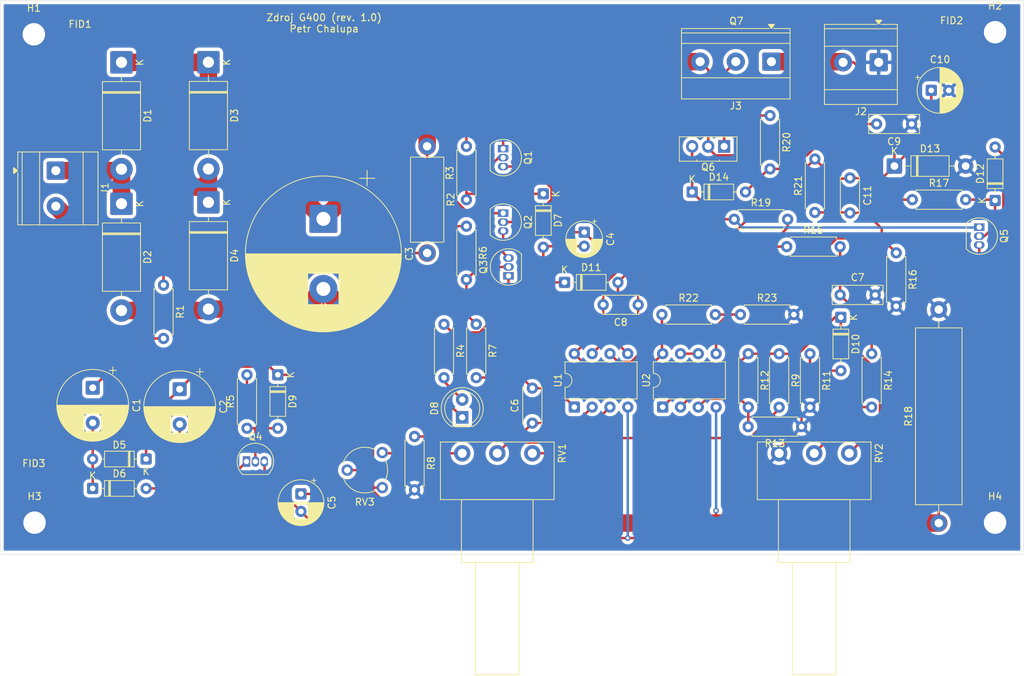
<source format=kicad_pcb>
(kicad_pcb (version 20241229) (generator "pcbnew") (generator_version "9.0")
  (title_block (title "${TITLE}") (date "2025-11-17") (rev "${REV}") (company "${AUTHOR}"))
  (layers (0 "F.Cu" signal) (2 "B.Cu" signal) (13 "F.Paste" user) (15 "B.Paste" user) (5 "F.SilkS" user "F.Silkscreen") (7 "B.SilkS" user "B.Silkscreen") (1 "F.Mask" user) (3 "B.Mask" user) (25 "Edge.Cuts" user))
  (property "AUTHOR" "Petr Chalupa")
  (property "REV" "1.0")
  (property "TITLE" "Zdroj G400")
  (net 0 "")
  (net 1 "Net-(C1-Pad1)")
  (net 2 "Net-(D5-A)")
  (net 3 "GND")
  (net 4 "Net-(D6-A)")
  (net 5 "/C_Q7")
  (net 6 "/U1,U2+")
  (net 7 "Net-(U1A--)")
  (net 8 "Net-(D11-K)")
  (net 9 "Net-(C7-Pad1)")
  (net 10 "Net-(D2-A)")
  (net 11 "Net-(C8-Pad2)")
  (net 12 "Net-(U1B--)")
  (net 13 "/E_Q7")
  (net 14 "Net-(D1-A)")
  (net 15 "Net-(D3-A)")
  (net 16 "Net-(D7-K)")
  (net 17 "Net-(D8-A)")
  (net 18 "Net-(D9-A)")
  (net 19 "Net-(D10-A)")
  (net 20 "Net-(D10-K)")
  (net 21 "Net-(D11-A)")
  (net 22 "Net-(D12-K)")
  (net 23 "Net-(D14-K)")
  (net 24 "/B_Q7")
  (net 25 "Net-(Q2-E)")
  (net 26 "Net-(Q3-B)")
  (net 27 "Net-(Q3-C)")
  (net 28 "Net-(R9-Pad2)")
  (net 29 "Net-(U2A-+)")
  (net 30 "Net-(R14-Pad2)")
  (net 31 "Net-(U2B-+)")
  (net 32 "Net-(U1A-+)")
  (net 33 "Net-(U2B--)")
  (net 34 "Net-(D12-A)")
  (net 35 "Net-(RV1-Pad1)")
  (footprint "Fiducial:Fiducial_0.5mm_Mask1mm" (layer "F.Cu") (at 246.8 58.5)
    (property "Reference" "FID2")
    (property "Value" "Fiducial")
  )
  (footprint "Resistor_THT:R_Axial_DIN0207_L6.3mm_D2.5mm_P7.62mm_Horizontal" (layer "F.Cu") (at 227.3 84.42 90)
    (property "Reference" "R21")
    (property "Value" "47K")
  )
  (footprint "Resistor_THT:R_Axial_DIN0207_L6.3mm_D2.5mm_P7.62mm_Horizontal" (layer "F.Cu") (at 177.6 82.61 90)
    (property "Reference" "R3")
    (property "Value" "2,2K")
  )
  (footprint "Resistor_THT:R_Axial_Power_L25.0mm_W6.4mm_P30.48mm" (layer "F.Cu") (at 244.968098 128.763733 90)
    (property "Reference" "R18")
    (property "Value" "0,47R")
  )
  (footprint "Resistor_THT:R_Axial_DIN0207_L6.3mm_D2.5mm_P7.62mm_Horizontal" (layer "F.Cu") (at 222.2 104.6 -90)
    (property "Reference" "R9")
    (property "Value" "56K")
  )
  (footprint "Capacitor_THT:CP_Radial_D22.0mm_P10.00mm_SnapIn" (layer "F.Cu") (at 157.2 85.342169 -90)
    (property "Reference" "C3")
    (property "Value" "3300uF/63V")
  )
  (footprint "Diode_THT:D_DO-201AD_P15.24mm_Horizontal" (layer "F.Cu") (at 140.8 82.98 -90)
    (property "Reference" "D4")
    (property "Value" "1N5402")
  )
  (footprint "Resistor_THT:R_Axial_DIN0207_L6.3mm_D2.5mm_P7.62mm_Horizontal" (layer "F.Cu") (at 179 100.38 -90)
    (property "Reference" "R7")
    (property "Value" "10K")
  )
  (footprint "Resistor_THT:R_Axial_DIN0207_L6.3mm_D2.5mm_P7.62mm_Horizontal" (layer "F.Cu") (at 215.79 85.4)
    (property "Reference" "R19")
    (property "Value" "1K")
  )
  (footprint "Diode_THT:D_DO-35_SOD27_P7.62mm_Horizontal" (layer "F.Cu") (at 150.7 107.597621 -90)
    (property "Reference" "D9")
    (property "Value" "5,6V")
  )
  (footprint "Resistor_THT:R_Axial_DIN0207_L6.3mm_D2.5mm_P7.62mm_Horizontal" (layer "F.Cu") (at 216.68 99)
    (property "Reference" "R23")
    (property "Value" "2,2K")
  )
  (footprint "MountingHole:MountingHole_3.2mm_M3_DIN965_Pad" (layer "F.Cu") (at 253 58.7)
    (property "Reference" "H2")
    (property "Value" "M3")
  )
  (footprint "Capacitor_THT:CP_Radial_D6.3mm_P2.50mm" (layer "F.Cu") (at 243.9 67)
    (property "Reference" "C10")
    (property "Value" "10uF/63V")
  )
  (footprint "Capacitor_THT:C_Rect_L7.0mm_W2.5mm_P5.00mm" (layer "F.Cu") (at 241.1 71.8 180)
    (property "Reference" "C9")
    (property "Value" "220N")
  )
  (footprint "Resistor_THT:R_Axial_DIN0207_L6.3mm_D2.5mm_P7.62mm_Horizontal" (layer "F.Cu") (at 223.28 89.3)
    (property "Reference" "R15")
    (property "Value" "2,2K")
  )
  (footprint "Diode_THT:D_DO-201AD_P15.24mm_Horizontal" (layer "F.Cu") (at 140.8 62.98 -90)
    (property "Reference" "D3")
    (property "Value" "1N5402")
  )
  (footprint "Resistor_THT:R_Axial_DIN0414_L11.9mm_D4.5mm_P15.24mm_Horizontal" (layer "F.Cu") (at 172 74.98 -90)
    (property "Reference" "R2")
    (property "Value" "2,2K")
  )
  (footprint "Diode_THT:D_DO-35_SOD27_P7.62mm_Horizontal" (layer "F.Cu") (at 253 82.71 90)
    (property "Reference" "D12")
    (property "Value" "3,3V")
  )
  (footprint "TerminalBlock_Phoenix:TerminalBlock_Phoenix_MKDS-3-2-5.08_1x02_P5.08mm_Horizontal" (layer "F.Cu") (at 119.0325 78.455 -90)
    (property "Reference" "J1")
    (property "Value" "24V AC")
  )
  (footprint "Resistor_THT:R_Axial_DIN0207_L6.3mm_D2.5mm_P7.62mm_Horizontal" (layer "F.Cu") (at 205.48 99)
    (property "Reference" "R22")
    (property "Value" "2,2K")
  )
  (footprint "Package_TO_SOT_THT:TO-92_Inline" (layer "F.Cu") (at 182.84 75.33 -90)
    (property "Reference" "Q1")
    (property "Value" "BC547")
  )
  (footprint "Resistor_THT:R_Axial_DIN0207_L6.3mm_D2.5mm_P7.62mm_Horizontal" (layer "F.Cu") (at 217.78 115)
    (property "Reference" "R13")
    (property "Value" "6,8K")
  )
  (footprint "Package_TO_SOT_THT:TO-92_Inline" (layer "F.Cu") (at 146.23 119.977621)
    (property "Reference" "Q4")
    (property "Value" "BC557")
  )
  (footprint "Capacitor_THT:C_Rect_L7.0mm_W2.5mm_P5.00mm" (layer "F.Cu") (at 230.9 96.2)
    (property "Reference" "C7")
    (property "Value" "100N")
  )
  (footprint "Resistor_THT:R_Axial_DIN0207_L6.3mm_D2.5mm_P7.62mm_Horizontal" (layer "F.Cu") (at 241.19 82.6)
    (property "Reference" "R17")
    (property "Value" "18K")
  )
  (footprint "Diode_THT:D_DO-201AD_P15.24mm_Horizontal" (layer "F.Cu") (at 128.4 83.18 -90)
    (property "Reference" "D2")
    (property "Value" "1N5402")
  )
  (footprint "Diode_THT:D_DO-35_SOD27_P7.62mm_Horizontal" (layer "F.Cu") (at 124.29 123.817621)
    (property "Reference" "D6")
    (property "Value" "1N4448")
  )
  (footprint "TerminalBlock_Phoenix:TerminalBlock_Phoenix_MKDS-3-2-5.08_1x02_P5.08mm_Horizontal" (layer "F.Cu") (at 236.4 63 180)
    (property "Reference" "J2")
    (property "Value" "OUT")
  )
  (footprint "Resistor_THT:R_Axial_DIN0207_L6.3mm_D2.5mm_P7.62mm_Horizontal" (layer "F.Cu") (at 146.3 115.227621 90)
    (property "Reference" "R5")
    (property "Value" "2,2K")
  )
  (footprint "Package_TO_SOT_THT:TO-92_Inline" (layer "F.Cu") (at 182.84 84.53 -90)
    (property "Reference" "Q2")
    (property "Value" "BC547")
  )
  (footprint "TerminalBlock_Phoenix:TerminalBlock_Phoenix_MKDS-1,5-3-5.08_1x03_P5.08mm_Horizontal" (layer "F.Cu") (at 221.1 62.9 180)
    (property "Reference" "J3")
    (property "Value" "Q7" (hide yes))
  )
  (footprint "Potentiometer_THT:Potentiometer_Piher_PT-6-V_Vertical" (layer "F.Cu") (at 165.6 118.7 180)
    (property "Reference" "RV3")
    (property "Value" "220R")
  )
  (footprint "Package_TO_SOT_THT:TO-92_Inline" (layer "F.Cu") (at 250.74 86.53 -90)
    (property "Reference" "Q5")
    (property "Value" "BC547")
  )
  (footprint "Resistor_THT:R_Axial_DIN0207_L6.3mm_D2.5mm_P7.62mm_Horizontal" (layer "F.Cu") (at 170.2 116.4 -90)
    (property "Reference" "R8")
    (property "Value" "10K")
  )
  (footprint "Diode_THT:D_DO-201AD_P15.24mm_Horizontal" (layer "F.Cu") (at 128.4 63 -90)
    (property "Reference" "D1")
    (property "Value" "1N5402")
  )
  (footprint "Package_TO_SOT_THT:TO-92_Inline" (layer "F.Cu") (at 183.6 93.47 90)
    (property "Reference" "Q3")
    (property "Value" "BC557")
  )
  (footprint "Package_TO_SOT_THT:TO-126-3_Vertical" (layer "F.Cu") (at 214.36 75 180)
    (property "Reference" "Q6")
    (property "Value" "BD139")
  )
  (footprint "MountingHole:MountingHole_3.2mm_M3_DIN965_Pad" (layer "F.Cu") (at 253 128.7)
    (property "Reference" "H4")
    (property "Value" "M3")
  )
  (footprint "Diode_THT:D_DO-35_SOD27_P7.62mm_Horizontal" (layer "F.Cu") (at 131.91 119.617621 180)
    (property "Reference" "D5")
    (property "Value" "1N4448")
  )
  (footprint "Diode_THT:D_DO-35_SOD27_P7.62mm_Horizontal" (layer "F.Cu") (at 231 99.39 -90)
    (property "Reference" "D10")
    (property "Value" "5,6V")
  )
  (footprint "Capacitor_THT:CP_Radial_D10.0mm_P5.00mm" (layer "F.Cu") (at 136.7 109.649944 -90)
    (property "Reference" "C2")
    (property "Value" "47uF/63V")
  )
  (footprint "Resistor_THT:R_Axial_DIN0207_L6.3mm_D2.5mm_P7.62mm_Horizontal" (layer "F.Cu") (at 134.4 94.79 -90)
    (property "Reference" "R1")
    (property "Value" "82R")
  )
  (footprint "Potentiometer_THT:Potentiometer_Piher_PC-16_Single_Horizontal" (layer "F.Cu") (at 222.2 118.8 -90)
    (property "Reference" "RV2")
    (property "Value" "10K")
  )
  (footprint "Potentiometer_THT:Potentiometer_Piher_PC-16_Single_Horizontal" (layer "F.Cu") (at 177 118.8 -90)
    (property "Reference" "RV1")
    (property "Value" "10K")
  )
  (footprint "Capacitor_THT:CP_Radial_D10.0mm_P5.00mm" (layer "F.Cu") (at 124.3 109.449944 -90)
    (property "Reference" "C1")
    (property "Value" "47uF/63V")
  )
  (footprint "Resistor_THT:R_Axial_DIN0207_L6.3mm_D2.5mm_P7.62mm_Horizontal" (layer "F.Cu") (at 220.9 70.59 -90)
    (property "Reference" "R20")
    (property "Value" "1K")
  )
  (footprint "Capacitor_THT:CP_Radial_D5.0mm_P2.00mm" (layer "F.Cu") (at 194.4 87.244888 -90)
    (property "Reference" "C4")
    (property "Value" "4,7uF/35V")
  )
  (footprint "LED_THT:LED_D5.0mm" (layer "F.Cu") (at 177 113.675 90)
    (property "Reference" "D8")
    (property "Value" "LED")
  )
  (footprint "Package_DIP:DIP-8_W7.62mm" (layer "F.Cu") (at 192.99 112.205 90)
    (property "Reference" "U1")
    (property "Value" "TL082")
  )
  (footprint "Resistor_THT:R_Axial_DIN0207_L6.3mm_D2.5mm_P7.62mm_Horizontal" (layer "F.Cu") (at 174.4 100.39 -90)
    (property "Reference" "R4")
    (property "Value" "2,2K")
  )
  (footprint "Resistor_THT:R_Axial_DIN0207_L6.3mm_D2.5mm_P7.62mm_Horizontal" (layer "F.Cu") (at 226.6 104.6 -90)
    (property "Reference" "R11")
    (property "Value" "2,2K")
  )
  (footprint "Capacitor_THT:CP_Radial_D6.3mm_P2.50mm" (layer "F.Cu") (at 154 124.6 -90)
    (property "Reference" "C5")
    (property "Value" "100uF/16V")
  )
  (footprint "Diode_THT:D_DO-41_SOD81_P10.16mm_Horizontal" (layer "F.Cu") (at 238.64 77.8)
    (property "Reference" "D13")
    (property "Value" "1N4001")
  )
  (footprint "Diode_THT:D_DO-35_SOD27_P7.62mm_Horizontal" (layer "F.Cu") (at 188.563566 81.766277 -90)
    (property "Reference" "D7")
    (property "Value" "33V")
  )
  (footprint "Capacitor_THT:C_Disc_D5.0mm_W2.5mm_P5.00mm" (layer "F.Cu") (at 187 114.5 90)
    (property "Reference" "C6")
    (property "Value" "330pF")
  )
  (footprint "Resistor_THT:R_Axial_DIN0207_L6.3mm_D2.5mm_P7.62mm_Horizontal" (layer "F.Cu") (at 177.6 86.39 -90)
    (property "Reference" "R6")
    (property "Value" "2,2K")
  )
  (footprint "MountingHole:MountingHole_3.2mm_M3_DIN965_Pad" (layer "F.Cu") (at 116 128.7)
    (property "Reference" "H3")
    (property "Value" "M3")
  )
  (footprint "Resistor_THT:R_Axial_DIN0207_L6.3mm_D2.5mm_P7.62mm_Horizontal" (layer "F.Cu") (at 238.9 90.19 -90)
    (property "Reference" "R16")
    (property "Value" "18K")
  )
  (footprint "Diode_THT:D_DO-35_SOD27_P7.62mm_Horizontal" (layer "F.Cu") (at 191.59 94.4)
    (property "Reference" "D11")
    (property "Value" "1N4448")
  )
  (footprint "Fiducial:Fiducial_0.5mm_Mask1mm" (layer "F.Cu") (at 122.5 59)
    (property "Reference" "FID1")
    (property "Value" "Fiducial")
  )
  (footprint "Capacitor_THT:C_Disc_D5.0mm_W2.5mm_P5.00mm" (layer "F.Cu") (at 202.1 97.6 180)
    (property "Reference" "C8")
    (property "Value" "330pF")
  )
  (footprint "Capacitor_THT:C_Disc_D5.0mm_W2.5mm_P5.00mm" (layer "F.Cu") (at 232.3 79.5 -90)
    (property "Reference" "C11")
    (property "Value" "330pF")
  )
  (footprint "Resistor_THT:R_Axial_DIN0207_L6.3mm_D2.5mm_P7.62mm_Horizontal" (layer "F.Cu") (at 235.4 104.59 -90)
    (property "Reference" "R14")
    (property "Value" "18K")
  )
  (footprint "Resistor_THT:R_Axial_DIN0207_L6.3mm_D2.5mm_P7.62mm_Horizontal" (layer "F.Cu") (at 217.8 104.59 -90)
    (property "Reference" "R12")
    (property "Value" "10K")
  )
  (footprint "Package_DIP:DIP-8_W7.62mm" (layer "F.Cu") (at 205.59 112.205 90)
    (property "Reference" "U2")
    (property "Value" "TL082")
  )
  (footprint "MountingHole:MountingHole_3.2mm_M3_DIN965_Pad" (layer "F.Cu") (at 115.9 59)
    (property "Reference" "H1")
    (property "Value" "M3")
  )
  (footprint "Diode_THT:D_DO-35_SOD27_P7.62mm_Horizontal" (layer "F.Cu") (at 209.79 81.5)
    (property "Reference" "D14")
    (property "Value" "1N4448")
  )
  (footprint "Fiducial:Fiducial_0.5mm_Mask1mm" (layer "F.Cu") (at 115.9 121.7)
    (property "Reference" "FID3")
    (property "Value" "Fiducial")
  )
  (gr_rect (start 111.1 54.2) (end 257.1 133.2) (stroke (width 0.05)) (fill no) (layer "Edge.Cuts"))
  (gr_text "${TITLE} (rev. ${REV})\n${AUTHOR}" (at 157.3 58.8 0) (layer "F.SilkS") (effects (font (size 1 1)) (justify bottom)))
  (gr_text "Q7" (at 215 57.7 0) (layer "F.SilkS") (effects (font (size 1 1)) (justify left bottom)))
  (segment (start 131.339944 102.41) (end 124.3 109.449944) (width 0.35) (layer "F.Cu") (net 1))
  (segment (start 134.4 102.41) (end 131.339944 102.41) (width 0.35) (layer "F.Cu") (net 1))
  (segment (start 124.3 123.997621) (end 124.28 124.017621) (width 0.35) (layer "F.Cu") (net 2))
  (segment (start 124.3 114.449944) (end 124.3 123.997621) (width 0.35) (layer "F.Cu") (net 2))
  (segment (start 241.1 71.8) (end 241.2 71.7) (width 0.35) (layer "F.Cu") (net 3))
  (segment (start 244.494365 97.81) (end 244.968098 98.283733) (width 0.35) (layer "F.Cu") (net 3))
  (segment (start 225.4 115) (end 225.4 113.42) (width 0.35) (layer "F.Cu") (net 3))
  (segment (start 244.736267 98.283733) (end 244.968098 98.283733) (width 0.35) (layer "F.Cu") (net 3))
  (segment (start 222.2 118.2) (end 225.4 115) (width 0.35) (layer "F.Cu") (net 3))
  (segment (start 225.4 113.42) (end 226.6 112.22) (width 0.35) (layer "F.Cu") (net 3))
  (segment (start 222.2 118.8) (end 222.2 118.2) (width 0.35) (layer "F.Cu") (net 3))
  (segment (start 141.3 117.417621) (end 136.7 117.417621) (width 0.35) (layer "F.Cu") (net 4))
  (segment (start 136.7 114.649944) (end 136.7 117.417621) (width 0.35) (layer "F.Cu") (net 4))
  (segment (start 131.91 123.817621) (end 136.7 123.817621) (width 0.35) (layer "F.Cu") (net 4))
  (segment (start 136.7 117.417621) (end 136.7 123.817621) (width 0.35) (layer "F.Cu") (net 4))
  (segment (start 136.7 123.817621) (end 142.39 123.817621) (width 0.35) (layer "F.Cu") (net 4))
  (segment (start 142.39 123.817621) (end 146.23 119.977621) (width 0.35) (layer "F.Cu") (net 4))
  (segment (start 146.3 112.417621) (end 141.3 117.417621) (width 0.35) (layer "F.Cu") (net 4))
  (segment (start 146.3 107.607621) (end 146.3 112.417621) (width 0.35) (layer "F.Cu") (net 4))
  (segment (start 182.8 72.4) (end 177.8 72.4) (width 2.5) (layer "F.Cu") (net 5))
  (segment (start 182.84 72.44) (end 182.8 72.4) (width 0.35) (layer "F.Cu") (net 5))
  (segment (start 177.8 72.4) (end 174 72.4) (width 2.5) (layer "F.Cu") (net 5))
  (segment (start 172 74.98) (end 172 72.4) (width 2.5) (layer "F.Cu") (net 5))
  (segment (start 175.39 86.39) (end 165.771084 76.771084) (width 0.35) (layer "F.Cu") (net 5))
  (segment (start 165.771084 76.771084) (end 157.2 85.342169) (width 2.5) (layer "F.Cu") (net 5))
  (segment (start 212.08 75) (end 212.08 75.227) (width 0.35) (layer "F.Cu") (net 5))
  (segment (start 182.84 84.53) (end 177.856884 84.53) (width 0.35) (layer "F.Cu") (net 5))
  (segment (start 210.94 62.9) (end 192.3 62.9) (width 2.5) (layer "F.Cu") (net 5))
  (segment (start 128.4 63) (end 140.78 63) (width 2.5) (layer "F.Cu") (net 5))
  (segment (start 213.129 76.276) (end 226.160884 76.276) (width 0.35) (layer "F.Cu") (net 5))
  (segment (start 177.6 86.39) (end 175.39 86.39) (width 0.35) (layer "F.Cu") (net 5))
  (segment (start 170.142169 72.4) (end 165.771084 76.771084) (width 2.5) (layer "F.Cu") (net 5))
  (segment (start 212.1 64.06) (end 212.1 74.98) (width 0.35) (layer "F.Cu") (net 5))
  (segment (start 177.856884 84.53) (end 172 78.673116) (width 0.35) (layer "F.Cu") (net 5))
  (segment (start 210.94 62.9) (end 212.1 64.06) (width 0.35) (layer "F.Cu") (net 5))
  (segment (start 140.8 68.942169) (end 157.2 85.342169) (width 2.5) (layer "F.Cu") (net 5))
  (segment (start 212.1 74.98) (end 212.08 75) (width 0.35) (layer "F.Cu") (net 5))
  (segment (start 182.84 75.33) (end 182.84 72.44) (width 0.35) (layer "F.Cu") (net 5))
  (segment (start 140.78 63) (end 140.8 62.98) (width 2.5) (layer "F.Cu") (net 5))
  (segment (start 230.636884 71.8) (end 236.1 71.8) (width 0.35) (layer "F.Cu") (net 5))
  (segment (start 174 72.4) (end 172 72.4) (width 2.5) (layer "F.Cu") (net 5))
  (segment (start 172 72.4) (end 170.142169 72.4) (width 2.5) (layer "F.Cu") (net 5))
  (segment (start 177.6 74.99) (end 177.6 72.6) (width 0.35) (layer "F.Cu") (net 5))
  (segment (start 172 78.673116) (end 172 74.98) (width 0.35) (layer "F.Cu") (net 5))
  (segment (start 212.08 75.227) (end 213.129 76.276) (width 0.35) (layer "F.Cu") (net 5))
  (segment (start 177.6 72.6) (end 177.8 72.4) (width 0.35) (layer "F.Cu") (net 5))
  (segment (start 192.3 62.9) (end 182.8 72.4) (width 2.5) (layer "F.Cu") (net 5))
  (segment (start 226.160884 76.276) (end 230.636884 71.8) (width 0.35) (layer "F.Cu") (net 5))
  (segment (start 140.8 62.98) (end 140.8 68.942169) (width 2.5) (layer "F.Cu") (net 5))
  (segment (start 215.8 87.3) (end 196.696888 87.3) (width 0.35) (layer "F.Cu") (net 6))
  (segment (start 241.19 82.6) (end 220.5 82.6) (width 0.35) (layer "F.Cu") (net 6))
  (segment (start 194.4 87.244888) (end 195.576 88.420888) (width 0.35) (layer "F.Cu") (net 6))
  (segment (start 195.576 101.999) (end 192.99 104.585) (width 0.35) (layer "F.Cu") (net 6))
  (segment (start 195.576 88.420888) (end 195.576 91.6) (width 0.35) (layer "F.Cu") (net 6))
  (segment (start 186.659515 77.87) (end 189.739566 80.950051) (width 0.35) (layer "F.Cu") (net 6))
  (segment (start 194.717 106.312) (end 203.863 106.312) (width 0.35) (layer "F.Cu") (net 6))
  (segment (start 182.84 77.87) (end 186.659515 77.87) (width 0.35) (layer "F.Cu") (net 6))
  (segment (start 205.48 99) (end 205.48 104.475) (width 0.35) (layer "F.Cu") (net 6))
  (segment (start 189.739566 82.582503) (end 188.261035 84.061035) (width 0.35) (layer "F.Cu") (net 6))
  (segment (start 188.261035 84.061035) (end 186.522069 85.8) (width 0.35) (layer "F.Cu") (net 6))
  (segment (start 186.522069 85.8) (end 182.84 85.8) (width 0.35) (layer "F.Cu") (net 6))
  (segment (start 191.444888 87.244888) (end 188.261035 84.061035) (width 0.35) (layer "F.Cu") (net 6))
  (segment (start 194.4 87.244888) (end 191.444888 87.244888) (width 0.35) (layer "F.Cu") (net 6))
  (segment (start 195.576 92.3) (end 195.576 101.999) (width 0.35) (layer "F.Cu") (net 6))
  (segment (start 220.5 82.6) (end 215.8 87.3) (width 0.35) (layer "F.Cu") (net 6))
  (segment (start 205.48 104.475) (end 205.59 104.585) (width 0.35) (layer "F.Cu") (net 6))
  (segment (start 203.863 106.312) (end 205.59 104.585) (width 0.35) (layer "F.Cu") (net 6))
  (segment (start 195.576 91.6) (end 195.576 92.3) (width 0.35) (layer "F.Cu") (net 6))
  (segment (start 196.696888 87.3) (end 195.576 88.420888) (width 0.35) (layer "F.Cu") (net 6))
  (segment (start 189.739566 80.950051) (end 189.739566 82.582503) (width 0.35) (layer "F.Cu") (net 6))
  (segment (start 192.99 104.585) (end 194.717 106.312) (width 0.35) (layer "F.Cu") (net 6))
  (segment (start 185.1 116.4) (end 187 114.5) (width 0.35) (layer "F.Cu") (net 7))
  (segment (start 170.2 116.4) (end 185.1 116.4) (width 0.35) (layer "F.Cu") (net 7))
  (segment (start 187 114.5) (end 193.235 114.5) (width 0.35) (layer "F.Cu") (net 7))
  (segment (start 193.235 114.5) (end 195.53 112.205) (width 0.35) (layer "F.Cu") (net 7))
  (segment (start 179 108) (end 185.5 108) (width 0.35) (layer "F.Cu") (net 8))
  (segment (start 188.6 94.4) (end 185.5 97.5) (width 0.35) (layer "F.Cu") (net 8))
  (segment (start 190.285 109.5) (end 192.99 112.205) (width 0.35) (layer "F.Cu") (net 8))
  (segment (start 185.5 108) (end 187 109.5) (width 0.35) (layer "F.Cu") (net 8))
  (segment (start 191.59 94.4) (end 188.6 94.4) (width 0.35) (layer "F.Cu") (net 8))
  (segment (start 187 109.5) (end 190.285 109.5) (width 0.35) (layer "F.Cu") (net 8))
  (segment (start 185.5 97.5) (end 185.5 108) (width 0.35) (layer "F.Cu") (net 8))
  (segment (start 230.9 96.2) (end 235.4 100.7) (width 0.35) (layer "F.Cu") (net 9))
  (segment (start 230.9 96.2) (end 230.9 89.3) (width 0.35) (layer "F.Cu") (net 9))
  (segment (start 230.91 96.69) (end 230.9 96.7) (width 0.35) (layer "F.Cu") (net 9))
  (segment (start 235.4 100.7) (end 235.4 104.59) (width 0.35) (layer "F.Cu") (net 9))
  (segment (start 165.6 123.7) (end 165.595 123.705) (width 0.35) (layer "F.Cu") (net 10))
  (segment (start 150.7 107.597621) (end 157.197621 107.597621) (width 0.35) (layer "F.Cu") (net 10))
  (segment (start 168.2 90.2) (end 168 90.2) (width 0.35) (layer "F.Cu") (net 10))
  (segment (start 157.2 107.6) (end 157.2 95.342169) (width 0.35) (layer "F.Cu") (net 10))
  (segment (start 163.2 101.342169) (end 157.2 95.342169) (width 2.5) (layer "F.Cu") (net 10))
  (segment (start 154.322169 98.22) (end 157.2 95.342169) (width 2.5) (layer "F.Cu") (net 10))
  (segment (start 163.195 121.205) (end 163.2 121.2) (width 0.35) (layer "F.Cu") (net 10))
  (segment (start 168.2 104.875) (end 168.2 102) (width 0.35) (layer "F.Cu") (net 10))
  (segment (start 168 90.2) (end 158.6 90.2) (width 0.35) (layer "F.Cu") (net 10))
  (segment (start 154 124.6) (end 163.2 124.6) (width 0.35) (layer "F.Cu") (net 10))
  (segment (start 168.02 90.22) (end 168 90.2) (width 0.35) (layer "F.Cu") (net 10))
  (segment (start 213.2 128.763733) (end 213.2 127) (width 0.35) (layer "F.Cu") (net 10))
  (segment (start 131.91 119.617621) (end 131.91 114.439944) (width 0.35) (layer "F.Cu") (net 10))
  (segment (start 213.2 128.763733) (end 244.968098 128.763733) (width 2.5) (layer "F.Cu") (net 10))
  (segment (start 244.968098 101.431902) (end 244.968098 128.763733) (width 0.35) (layer "F.Cu") (net 10))
  (segment (start 140.6 98.42) (end 140.8 98.22) (width 2.5) (layer "F.Cu") (net 10))
  (segment (start 140.8 98.22) (end 154.322169 98.22) (width 2.5) (layer "F.Cu") (net 10))
  (segment (start 177 113.675) (end 168.2 104.875) (width 0.35) (layer "F.Cu") (net 10))
  (segment (start 190.784098 128.763733) (end 213.2 128.763733) (width 2.5) (layer "F.Cu") (net 10))
  (segment (start 164.095 123.705) (end 163.2 124.6) (width 0.35) (layer "F.Cu") (net 10))
  (segment (start 213.2 127) (end 213.21 126.99) (width 0.35) (layer "F.Cu") (net 10))
  (segment (start 165.595 123.705) (end 164.095 123.705) (width 0.35) (layer "F.Cu") (net 10))
  (segment (start 128.4 98.42) (end 140.6 98.42) (width 2.5) (layer "F.Cu") (net 10))
  (segment (start 136.7 109.649944) (end 139.918323 106.431621) (width 0.35) (layer "F.Cu") (net 10))
  (segment (start 188.563566 93.258782) (end 179.715348 102.107) (width 0.35) (layer "F.Cu") (net 10))
  (segment (start 167.4 128.8) (end 165 126.4) (width 2.5) (layer "F.Cu") (net 10))
  (segment (start 163.275 113.675) (end 163.2 113.6) (width 0.35) (layer "F.Cu") (net 10))
  (segment (start 158.6 90.2) (end 154.6 94.2) (width 0.35) (layer "F.Cu") (net 10))
  (segment (start 172 90.22) (end 168.02 90.22) (width 0.35) (layer "F.Cu") (net 10))
  (segment (start 163.2 124.6) (end 163.2 121.2) (width 2.5) (layer "F.Cu") (net 10))
  (segment (start 168.2 102) (end 168.2 90.2) (width 0.35) (layer "F.Cu") (net 10))
  (segment (start 188.704955 89.244888) (end 188.563566 89.386277) (width 0.35) (layer "F.Cu") (net 10))
  (segment (start 154.6 94.2) (end 154.6 96.6) (width 0.35) (layer "F.Cu") (net 10))
  (segment (start 250.74 95.66) (end 244.968098 101.431902) (width 0.35) (layer "F.Cu") (net 10))
  (segment (start 188.563566 89.386277) (end 188.563566 93.258782) (width 0.35) (layer "F.Cu") (net 10))
  (segment (start 163.2 121.2) (end 163.2 113.6) (width 2.5) (layer "F.Cu") (net 10))
  (segment (start 160.6 121.2) (end 160.605 121.205) (width 0.35) (layer "F.Cu") (net 10))
  (segment (start 190.657831 128.8) (end 167.4 128.8) (width 2.5) (layer "F.Cu") (net 10))
  (segment (start 157.197621 107.597621) (end 157.2 107.6) (width 0.35) (layer "F.Cu") (net 10))
  (segment (start 157.2 95.342169) (end 155.271085 97.271085) (width 2.5) (layer "F.Cu") (net 10))
  (segment (start 172 90.22) (end 171.98 90.22) (width 2.5) (layer "F.Cu") (net 10))
  (segment (start 168.307 102.107) (end 168.2 102) (width 0.35) (layer "F.Cu") (net 10))
  (segment (start 149.534 106.431621) (end 150.7 107.597621) (width 0.35) (layer "F.Cu") (net 10))
  (segment (start 250.74 89.07) (end 250.74 95.66) (width 0.35) (layer "F.Cu") (net 10))
  (segment (start 140.4 98.42) (end 140.6 98.22) (width 2.5) (layer "F.Cu") (net 10))
  (segment (start 131.91 114.439944) (end 136.7 109.649944) (width 0.35) (layer "F.Cu") (net 10))
  (segment (start 194.4 89.244888) (end 188.704955 89.244888) (width 0.35) (layer "F.Cu") (net 10))
  (segment (start 154.6 96.6) (end 155.271085 97.271085) (width 0.35) (layer "F.Cu") (net 10))
  (segment (start 160.605 121.205) (end 163.195 121.205) (width 0.35) (layer "F.Cu") (net 10))
  (segment (start 163.2 113.6) (end 163.2 101.342169) (width 2.5) (layer "F.Cu") (net 10))
  (segment (start 165 126.4) (end 163.2 124.6) (width 2.5) (layer "F.Cu") (net 10))
  (segment (start 139.918323 106.431621) (end 149.534 106.431621) (width 0.35) (layer "F.Cu") (net 10))
  (segment (start 179.715348 102.107) (end 168.307 102.107) (width 0.35) (layer "F.Cu") (net 10))
  (via (at 213.21 126.99) (size 0.8) (drill 0.4) (layers "F.Cu" "B.Cu") (net 10))
  (segment (start 213.21 112.205) (end 213.21 126.99) (width 0.35) (layer "B.Cu") (net 10))
  (segment (start 213.2 127) (end 213.21 126.99) (width 0.35) (layer "B.Cu") (net 10))
  (segment (start 197.1 97.6) (end 197.1 94.846884) (width 0.35) (layer "F.Cu") (net 11))
  (segment (start 222 88.1) (end 222 88) (width 0.35) (layer "F.Cu") (net 11))
  (segment (start 223.41 86.59) (end 223.41 85.4) (width 0.35) (layer "F.Cu") (net 11))
  (segment (start 222 88) (end 223.41 86.59) (width 0.35) (layer "F.Cu") (net 11))
  (segment (start 197.1 103.015) (end 195.53 104.585) (width 0.35) (layer "F.Cu") (net 11))
  (segment (start 197.1 97.6) (end 197.1 103.015) (width 0.35) (layer "F.Cu") (net 11))
  (segment (start 203.846884 88.1) (end 222 88.1) (width 0.35) (layer "F.Cu") (net 11))
  (segment (start 197.1 94.846884) (end 203.846884 88.1) (width 0.35) (layer "F.Cu") (net 11))
  (segment (start 230.412884 88.124) (end 236.834 88.124) (width 0.35) (layer "F.Cu") (net 12))
  (segment (start 232.22 84.42) (end 232.3 84.5) (width 0.35) (layer "F.Cu") (net 12))
  (segment (start 236.834 86.734) (end 234.6 84.5) (width 0.35) (layer "F.Cu") (net 12))
  (segment (start 202.1 97.6) (end 202.1 93.1) (width 0.35) (layer "F.Cu") (net 12))
  (segment (start 202.1 104.758116) (end 201.097116 105.761) (width 0.35) (layer "F.Cu") (net 12))
  (segment (start 201.097116 105.761) (end 199.246 105.761) (width 0.35) (layer "F.Cu") (net 12))
  (segment (start 199.246 105.761) (end 198.07 104.585) (width 0.35) (layer "F.Cu") (net 12))
  (segment (start 236.834 88.124) (end 236.834 86.734) (width 0.35) (layer "F.Cu") (net 12))
  (segment (start 204.4 90.8) (end 227.736884 90.8) (width 0.35) (layer "F.Cu") (net 12))
  (segment (start 236.834 88.124) (end 238.9 90.19) (width 0.35) (layer "F.Cu") (net 12))
  (segment (start 234.6 84.5) (end 232.3 84.5) (width 0.35) (layer "F.Cu") (net 12))
  (segment (start 202.1 93.1) (end 204.4 90.8) (width 0.35) (layer "F.Cu") (net 12))
  (segment (start 227.3 84.42) (end 232.22 84.42) (width 0.35) (layer "F.Cu") (net 12))
  (segment (start 202.1 97.6) (end 202.1 104.758116) (width 0.35) (layer "F.Cu") (net 12))
  (segment (start 227.736884 90.8) (end 230.412884 88.124) (width 0.35) (layer "F.Cu") (net 12))
  (segment (start 238.64 68.82) (end 232.82 63) (width 0.35) (layer "F.Cu") (net 13))
  (segment (start 230.1 79.6) (end 232.2 79.6) (width 0.35) (layer "F.Cu") (net 13))
  (segment (start 220.9 78.21) (end 225.89 78.21) (width 0.35) (layer "F.Cu") (net 13))
  (segment (start 227.3 76.8) (end 230.1 79.6) (width 0.35) (layer "F.Cu") (net 13))
  (segment (start 232.2 79.6) (end 232.3 79.5) (width 0.35) (layer "F.Cu") (net 13))
  (segment (start 217.41 81.5) (end 220.7 78.21) (width 0.35) (layer "F.Cu") (net 13))
  (segment (start 236.94 79.5) (end 238.64 77.8) (width 0.35) (layer "F.Cu") (net 13))
  (segment (start 243.9 72.54) (end 243.9 67) (width 0.35) (layer "F.Cu") (net 13))
  (segment (start 225.89 78.21) (end 227.3 76.8) (width 0.35) (layer "F.Cu") (net 13))
  (segment (start 232.82 63) (end 231.32 63) (width 0.35) (layer "F.Cu") (net 13))
  (segment (start 232.3 79.5) (end 236.94 79.5) (width 0.35) (layer "F.Cu") (net 13))
  (segment (start 231.22 62.9) (end 231.32 63) (width 2.5) (layer "F.Cu") (net 13))
  (segment (start 238.64 77.8) (end 238.64 68.82) (width 0.35) (layer "F.Cu") (net 13))
  (segment (start 238.64 77.8) (end 243.9 72.54) (width 0.35) (layer "F.Cu") (net 13))
  (segment (start 220.7 78.21) (end 220.9 78.21) (width 0.35) (layer "F.Cu") (net 13))
  (segment (start 221.1 62.9) (end 231.22 62.9) (width 2.5) (layer "F.Cu") (net 13))
  (segment (start 128.4 83.18) (end 128.4 78.24) (width 2.5) (layer "F.Cu") (net 14))
  (segment (start 128.215 78.055) (end 128.4 78.24) (width 2.5) (layer "F.Cu") (net 14))
  (segment (start 119.0325 78.455) (end 128.185 78.455) (width 2.5) (layer "F.Cu") (net 14))
  (segment (start 128.185 78.455) (end 128.4 78.24) (width 2.5) (layer "F.Cu") (net 14))
  (segment (start 134.2 87.6) (end 134.4 87.4) (width 0.35) (layer "F.Cu") (net 15))
  (segment (start 140.8 78.22) (end 140.8 82.98) (width 2.5) (layer "F.Cu") (net 15))
  (segment (start 119.0325 83.535) (end 122.8975 87.4) (width 2.5) (layer "F.Cu") (net 15))
  (segment (start 122.8975 87.4) (end 134.4 87.4) (width 2.5) (layer "F.Cu") (net 15))
  (segment (start 137 84.8) (end 137 80.8) (width 2.5) (layer "F.Cu") (net 15))
  (segment (start 137 80.8) (end 140.6 80.8) (width 2.5) (layer "F.Cu") (net 15))
  (segment (start 134.4 87.4) (end 137 84.8) (width 2.5) (layer "F.Cu") (net 15))
  (segment (start 134.4 94.79) (end 134.4 87.4) (width 0.35) (layer "F.Cu") (net 15))
  (segment (start 177.6 81.19) (end 177.6 81.6) (width 0.35) (layer "F.Cu") (net 16))
  (segment (start 177.766277 81.766277) (end 177.6 81.6) (width 0.35) (layer "F.Cu") (net 16))
  (segment (start 182.84 76.6) (end 182.19 76.6) (width 0.35) (layer "F.Cu") (net 16))
  (segment (start 188.563566 81.766277) (end 177.766277 81.766277) (width 0.35) (layer "F.Cu") (net 16))
  (segment (start 182.19 76.6) (end 177.6 81.19) (width 0.35) (layer "F.Cu") (net 16))
  (segment (start 177.6 81.6) (end 177.6 82.61) (width 0.35) (layer "F.Cu") (net 16))
  (segment (start 177 111.135) (end 174.4 108.535) (width 0.35) (layer "F.Cu") (net 17))
  (segment (start 174.4 108.535) (end 174.4 108.01) (width 0.35) (layer "F.Cu") (net 17))
  (segment (start 147.5 115.227621) (end 146.3 115.227621) (width 0.35) (layer "F.Cu") (net 18))
  (segment (start 150.5 115.217621) (end 150.49 115.227621) (width 0.35) (layer "F.Cu") (net 18))
  (segment (start 150.7 115.217621) (end 150.5 115.217621) (width 0.35) (layer "F.Cu") (net 18))
  (segment (start 150.49 115.227621) (end 147.5 115.227621) (width 0.35) (layer "F.Cu") (net 18))
  (segment (start 147.5 119.977621) (end 147.5 115.227621) (width 0.35) (layer "F.Cu") (net 18))
  (segment (start 226.61 107.01) (end 226.6 107) (width 0.35) (layer "F.Cu") (net 19))
  (segment (start 226.6 107) (end 213.335 107) (width 0.35) (layer "F.Cu") (net 19))
  (segment (start 231 107.01) (end 226.61 107.01) (width 0.35) (layer "F.Cu") (net 19))
  (segment (start 213.335 107) (end 208.13 112.205) (width 0.35) (layer "F.Cu") (net 19))
  (segment (start 226.6 104.6) (end 226.6 107) (width 0.35) (layer "F.Cu") (net 19))
  (segment (start 231 99.39) (end 230.146884 99.39) (width 0.35) (layer "F.Cu") (net 20))
  (segment (start 236.576 114.424) (end 232.2 118.8) (width 0.35) (layer "F.Cu") (net 20))
  (segment (start 211.395 106.4) (end 205.59 112.205) (width 0.35) (layer "F.Cu") (net 20))
  (segment (start 217.8 104.59) (end 215.99 106.4) (width 0.35) (layer "F.Cu") (net 20))
  (segment (start 215.99 106.4) (end 211.395 106.4) (width 0.35) (layer "F.Cu") (net 20))
  (segment (start 231 99.39) (end 231 101.853116) (width 0.35) (layer "F.Cu") (net 20))
  (segment (start 224.936884 104.6) (end 222.2 104.6) (width 0.35) (layer "F.Cu") (net 20))
  (segment (start 230.146884 99.39) (end 224.936884 104.6) (width 0.35) (layer "F.Cu") (net 20))
  (segment (start 231 101.853116) (end 236.576 107.429116) (width 0.35) (layer "F.Cu") (net 20))
  (segment (start 217.8 104.59) (end 222.19 104.59) (width 0.35) (layer "F.Cu") (net 20))
  (segment (start 236.576 107.429116) (end 236.576 114.424) (width 0.35) (layer "F.Cu") (net 20))
  (segment (start 199.21 94.4) (end 199.21 103.185) (width 0.35) (layer "F.Cu") (net 21))
  (segment (start 204.31 89.3) (end 199.21 94.4) (width 0.35) (layer "F.Cu") (net 21))
  (segment (start 199.21 103.185) (end 200.61 104.585) (width 0.35) (layer "F.Cu") (net 21))
  (segment (start 223.28 89.3) (end 204.31 89.3) (width 0.35) (layer "F.Cu") (net 21))
  (segment (start 248.81 82.6) (end 252.89 82.6) (width 0.35) (layer "F.Cu") (net 22))
  (segment (start 250.74 87.8) (end 251.497 87.8) (width 0.35) (layer "F.Cu") (net 22))
  (segment (start 252.89 82.6) (end 253 82.71) (width 0.35) (layer "F.Cu") (net 22))
  (segment (start 253 86.297) (end 253 82.71) (width 0.35) (layer "F.Cu") (net 22))
  (segment (start 251.497 87.8) (end 253 86.297) (width 0.35) (layer "F.Cu") (net 22))
  (segment (start 213.69 85.4) (end 209.79 81.5) (width 0.35) (layer "F.Cu") (net 23))
  (segment (start 215.79 85.4) (end 213.69 85.4) (width 0.35) (layer "F.Cu") (net 23))
  (segment (start 209.79 81.5) (end 209.79 75.01) (width 0.35) (layer "F.Cu") (net 23))
  (segment (start 209.79 75.01) (end 209.8 75) (width 0.35) (layer "F.Cu") (net 23))
  (segment (start 216.966 86.576) (end 250.694 86.576) (width 0.35) (layer "B.Cu") (net 23))
  (segment (start 215.79 85.4) (end 216.966 86.576) (width 0.35) (layer "B.Cu") (net 23))
  (segment (start 250.694 86.576) (end 250.74 86.53) (width 0.35) (layer "B.Cu") (net 23))
  (segment (start 214.36 70.64) (end 214.41 70.59) (width 0.35) (layer "F.Cu") (net 24))
  (segment (start 214.36 75) (end 214.36 64.56) (width 0.35) (layer "F.Cu") (net 24))
  (segment (start 214.41 70.59) (end 220.9 70.59) (width 0.35) (layer "F.Cu") (net 24))
  (segment (start 214.36 64.56) (end 216.02 62.9) (width 0.35) (layer "F.Cu") (net 24))
  (segment (start 214.36 75) (end 214.36 70.64) (width 0.35) (layer "F.Cu") (net 24))
  (segment (start 182.84 90.17) (end 183.6 90.93) (width 0.35) (layer "F.Cu") (net 25))
  (segment (start 182.84 87.07) (end 182.84 90.17) (width 0.35) (layer "F.Cu") (net 25))
  (segment (start 179.41 92.2) (end 177.6 94.01) (width 0.35) (layer "F.Cu") (net 26))
  (segment (start 177.6 94.01) (end 177.6 98.98) (width 0.35) (layer "F.Cu") (net 26))
  (segment (start 183.6 92.2) (end 179.41 92.2) (width 0.35) (layer "F.Cu") (net 26))
  (segment (start 177.6 98.98) (end 179 100.38) (width 0.35) (layer "F.Cu") (net 26))
  (segment (start 183.6 93.47) (end 183.6 97.443116) (width 0.35) (layer "F.Cu") (net 27))
  (segment (start 179.487116 101.556) (end 175.566 101.556) (width 0.35) (layer "F.Cu") (net 27))
  (segment (start 175.566 101.556) (end 174.4 100.39) (width 0.35) (layer "F.Cu") (net 27))
  (segment (start 183.6 97.443116) (end 179.487116 101.556) (width 0.35) (layer "F.Cu") (net 27))
  (segment (start 194.425232 116.629) (end 192.254232 118.8) (width 0.35) (layer "F.Cu") (net 28))
  (segment (start 222.2 112.22) (end 222.2 112.457232) (width 0.35) (layer "F.Cu") (net 28))
  (segment (start 222.2 112.457232) (end 218.028232 116.629) (width 0.35) (layer "F.Cu") (net 28))
  (segment (start 192.254232 118.8) (end 187 118.8) (width 0.35) (layer "F.Cu") (net 28))
  (segment (start 218.028232 116.629) (end 194.425232 116.629) (width 0.35) (layer "F.Cu") (net 28))
  (segment (start 210.67 112.205) (end 211.846 111.029) (width 0.35) (layer "F.Cu") (net 29))
  (segment (start 216.619 111.029) (end 217.8 112.21) (width 0.35) (layer "F.Cu") (net 29))
  (segment (start 211.846 111.029) (end 216.619 111.029) (width 0.35) (layer "F.Cu") (net 29))
  (segment (start 217.8 112.21) (end 217.8 114.98) (width 0.35) (layer "F.Cu") (net 29))
  (segment (start 233.79 112.21) (end 227.2 118.8) (width 0.35) (layer "F.Cu") (net 30))
  (segment (start 235.4 112.21) (end 233.79 112.21) (width 0.35) (layer "F.Cu") (net 30))
  (segment (start 213.1 99) (end 214.9 99) (width 0.35) (layer "F.Cu") (net 31))
  (segment (start 214.9 99) (end 216.68 99) (width 0.35) (layer "F.Cu") (net 31))
  (segment (start 214.9 99) (end 213.21 100.69) (width 0.35) (layer "F.Cu") (net 31))
  (segment (start 213.21 100.69) (end 213.21 104.585) (width 0.35) (layer "F.Cu") (net 31))
  (segment (start 193.021 117.254) (end 183.546 117.254) (width 0.35) (layer "F.Cu") (net 32))
  (segment (start 183.546 117.254) (end 182 118.8) (width 0.35) (layer "F.Cu") (net 32))
  (segment (start 198.07 112.205) (end 193.021 117.254) (width 0.35) (layer "F.Cu") (net 32))
  (segment (start 208.13 104.585) (end 210.67 104.585) (width 0.35) (layer "F.Cu") (net 33))
  (segment (start 148.81 120.017621) (end 148.77 119.977621) (width 0.35) (layer "F.Cu") (net 34))
  (segment (start 157.8 130.9) (end 246.5 130.9) (width 0.35) (layer "F.Cu") (net 34))
  (segment (start 154 127.1) (end 148.81 121.91) (width 0.35) (layer "F.Cu") (net 34))
  (segment (start 248.8 128.6) (end 248.8 101.2) (width 0.35) (layer "F.Cu") (net 34))
  (segment (start 248.8 101.2) (end 254.176 95.824) (width 0.35) (layer "F.Cu") (net 34))
  (segment (start 246.5 130.9) (end 248.8 128.6) (width 0.35) (layer "F.Cu") (net 34))
  (segment (start 254.176 76.266) (end 253 75.09) (width 0.35) (layer "F.Cu") (net 34))
  (segment (start 154 127.1) (end 157.8 130.9) (width 0.35) (layer "F.Cu") (net 34))
  (segment (start 254.176 95.824) (end 254.176 76.266) (width 0.35) (layer "F.Cu") (net 34))
  (segment (start 148.81 121.91) (end 148.81 120.017621) (width 0.35) (layer "F.Cu") (net 34))
  (via (at 200.6 130.9) (size 0.8) (drill 0.4) (layers "F.Cu" "B.Cu") (net 34))
  (segment (start 200.61 112.205) (end 200.61 130.89) (width 0.35) (layer "B.Cu") (net 34))
  (segment (start 200.61 130.89) (end 200.6 130.9) (width 0.35) (layer "B.Cu") (net 34))
  (segment (start 165.6 118.7) (end 165.605 118.705) (width 0.35) (layer "F.Cu") (net 35))
  (segment (start 166 118.8) (end 177 118.8) (width 0.35) (layer "F.Cu") (net 35))
  (segment (start 165.905 118.705) (end 166 118.8) (width 0.35) (layer "F.Cu") (net 35))
  (segment (start 165.605 118.705) (end 165.905 118.705) (width 0.35) (layer "F.Cu") (net 35))
  (zone (net 3) (net_name "GND") (layer "B.Cu") (connect_pads (clearance 0.5)) (min_thickness 0.25) (fill yes (thermal_gap 0.5) (thermal_bridge_width 0.5))
    (polygon (pts (xy 111.1 54.2) (xy 257.1 54.2) (xy 257.1 133.2) (xy 111.1 133.2)))
  )
)
</source>
